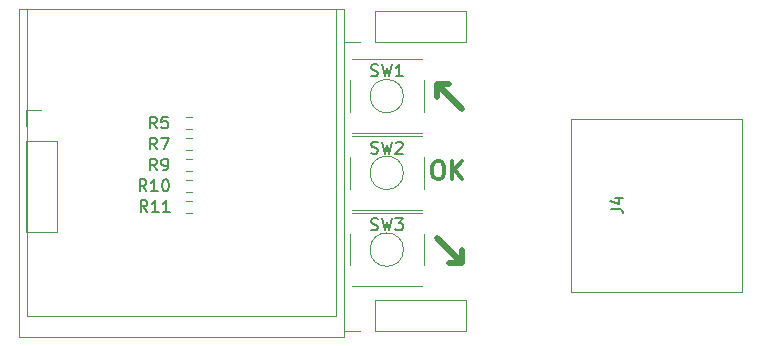
<source format=gbr>
%TF.GenerationSoftware,KiCad,Pcbnew,(6.0.5-0)*%
%TF.CreationDate,2022-10-09T22:43:55+09:00*%
%TF.ProjectId,qLAMP-lcd,714c414d-502d-46c6-9364-2e6b69636164,rev?*%
%TF.SameCoordinates,Original*%
%TF.FileFunction,Legend,Top*%
%TF.FilePolarity,Positive*%
%FSLAX46Y46*%
G04 Gerber Fmt 4.6, Leading zero omitted, Abs format (unit mm)*
G04 Created by KiCad (PCBNEW (6.0.5-0)) date 2022-10-09 22:43:55*
%MOMM*%
%LPD*%
G01*
G04 APERTURE LIST*
%ADD10C,0.500000*%
%ADD11C,0.300000*%
%ADD12C,0.150000*%
%ADD13C,0.120000*%
G04 APERTURE END LIST*
D10*
X170139526Y-97529526D02*
X167984534Y-95374534D01*
X167984534Y-96452030D02*
X167984534Y-95374534D01*
X169062030Y-95374534D01*
X167984534Y-108374534D02*
X170139526Y-110529526D01*
X170139526Y-109452030D02*
X170139526Y-110529526D01*
X169062030Y-110529526D01*
D11*
X167967142Y-101928571D02*
X168252857Y-101928571D01*
X168395714Y-102000000D01*
X168538571Y-102142857D01*
X168610000Y-102428571D01*
X168610000Y-102928571D01*
X168538571Y-103214285D01*
X168395714Y-103357142D01*
X168252857Y-103428571D01*
X167967142Y-103428571D01*
X167824285Y-103357142D01*
X167681428Y-103214285D01*
X167610000Y-102928571D01*
X167610000Y-102428571D01*
X167681428Y-102142857D01*
X167824285Y-102000000D01*
X167967142Y-101928571D01*
X169252857Y-103428571D02*
X169252857Y-101928571D01*
X170110000Y-103428571D02*
X169467142Y-102571428D01*
X170110000Y-101928571D02*
X169252857Y-102785714D01*
D12*
%TO.C,R7*%
X144293333Y-100913015D02*
X143960000Y-100436825D01*
X143721904Y-100913015D02*
X143721904Y-99913015D01*
X144102857Y-99913015D01*
X144198095Y-99960635D01*
X144245714Y-100008254D01*
X144293333Y-100103492D01*
X144293333Y-100246349D01*
X144245714Y-100341587D01*
X144198095Y-100389206D01*
X144102857Y-100436825D01*
X143721904Y-100436825D01*
X144626666Y-99913015D02*
X145293333Y-99913015D01*
X144864761Y-100913015D01*
%TO.C,J4*%
X182732380Y-105953333D02*
X183446666Y-105953333D01*
X183589523Y-106000952D01*
X183684761Y-106096190D01*
X183732380Y-106239047D01*
X183732380Y-106334285D01*
X183065714Y-105048571D02*
X183732380Y-105048571D01*
X182684761Y-105286666D02*
X183399047Y-105524761D01*
X183399047Y-104905714D01*
%TO.C,SW3*%
X162436666Y-107704761D02*
X162579523Y-107752380D01*
X162817619Y-107752380D01*
X162912857Y-107704761D01*
X162960476Y-107657142D01*
X163008095Y-107561904D01*
X163008095Y-107466666D01*
X162960476Y-107371428D01*
X162912857Y-107323809D01*
X162817619Y-107276190D01*
X162627142Y-107228571D01*
X162531904Y-107180952D01*
X162484285Y-107133333D01*
X162436666Y-107038095D01*
X162436666Y-106942857D01*
X162484285Y-106847619D01*
X162531904Y-106800000D01*
X162627142Y-106752380D01*
X162865238Y-106752380D01*
X163008095Y-106800000D01*
X163341428Y-106752380D02*
X163579523Y-107752380D01*
X163770000Y-107038095D01*
X163960476Y-107752380D01*
X164198571Y-106752380D01*
X164484285Y-106752380D02*
X165103333Y-106752380D01*
X164770000Y-107133333D01*
X164912857Y-107133333D01*
X165008095Y-107180952D01*
X165055714Y-107228571D01*
X165103333Y-107323809D01*
X165103333Y-107561904D01*
X165055714Y-107657142D01*
X165008095Y-107704761D01*
X164912857Y-107752380D01*
X164627142Y-107752380D01*
X164531904Y-107704761D01*
X164484285Y-107657142D01*
%TO.C,R11*%
X143477142Y-106219016D02*
X143143809Y-105742826D01*
X142905714Y-106219016D02*
X142905714Y-105219016D01*
X143286666Y-105219016D01*
X143381904Y-105266636D01*
X143429523Y-105314255D01*
X143477142Y-105409493D01*
X143477142Y-105552350D01*
X143429523Y-105647588D01*
X143381904Y-105695207D01*
X143286666Y-105742826D01*
X142905714Y-105742826D01*
X144429523Y-106219016D02*
X143858095Y-106219016D01*
X144143809Y-106219016D02*
X144143809Y-105219016D01*
X144048571Y-105361874D01*
X143953333Y-105457112D01*
X143858095Y-105504731D01*
X145381904Y-106219016D02*
X144810476Y-106219016D01*
X145096190Y-106219016D02*
X145096190Y-105219016D01*
X145000952Y-105361874D01*
X144905714Y-105457112D01*
X144810476Y-105504731D01*
%TO.C,R5*%
X144293333Y-99135015D02*
X143960000Y-98658825D01*
X143721904Y-99135015D02*
X143721904Y-98135015D01*
X144102857Y-98135015D01*
X144198095Y-98182635D01*
X144245714Y-98230254D01*
X144293333Y-98325492D01*
X144293333Y-98468349D01*
X144245714Y-98563587D01*
X144198095Y-98611206D01*
X144102857Y-98658825D01*
X143721904Y-98658825D01*
X145198095Y-98135015D02*
X144721904Y-98135015D01*
X144674285Y-98611206D01*
X144721904Y-98563587D01*
X144817142Y-98515968D01*
X145055238Y-98515968D01*
X145150476Y-98563587D01*
X145198095Y-98611206D01*
X145245714Y-98706444D01*
X145245714Y-98944539D01*
X145198095Y-99039777D01*
X145150476Y-99087396D01*
X145055238Y-99135015D01*
X144817142Y-99135015D01*
X144721904Y-99087396D01*
X144674285Y-99039777D01*
%TO.C,R9*%
X144293333Y-102699016D02*
X143960000Y-102222826D01*
X143721904Y-102699016D02*
X143721904Y-101699016D01*
X144102857Y-101699016D01*
X144198095Y-101746636D01*
X144245714Y-101794255D01*
X144293333Y-101889493D01*
X144293333Y-102032350D01*
X144245714Y-102127588D01*
X144198095Y-102175207D01*
X144102857Y-102222826D01*
X143721904Y-102222826D01*
X144769523Y-102699016D02*
X144960000Y-102699016D01*
X145055238Y-102651397D01*
X145102857Y-102603778D01*
X145198095Y-102460921D01*
X145245714Y-102270445D01*
X145245714Y-101889493D01*
X145198095Y-101794255D01*
X145150476Y-101746636D01*
X145055238Y-101699016D01*
X144864761Y-101699016D01*
X144769523Y-101746636D01*
X144721904Y-101794255D01*
X144674285Y-101889493D01*
X144674285Y-102127588D01*
X144721904Y-102222826D01*
X144769523Y-102270445D01*
X144864761Y-102318064D01*
X145055238Y-102318064D01*
X145150476Y-102270445D01*
X145198095Y-102222826D01*
X145245714Y-102127588D01*
%TO.C,SW2*%
X162436666Y-101214761D02*
X162579523Y-101262380D01*
X162817619Y-101262380D01*
X162912857Y-101214761D01*
X162960476Y-101167142D01*
X163008095Y-101071904D01*
X163008095Y-100976666D01*
X162960476Y-100881428D01*
X162912857Y-100833809D01*
X162817619Y-100786190D01*
X162627142Y-100738571D01*
X162531904Y-100690952D01*
X162484285Y-100643333D01*
X162436666Y-100548095D01*
X162436666Y-100452857D01*
X162484285Y-100357619D01*
X162531904Y-100310000D01*
X162627142Y-100262380D01*
X162865238Y-100262380D01*
X163008095Y-100310000D01*
X163341428Y-100262380D02*
X163579523Y-101262380D01*
X163770000Y-100548095D01*
X163960476Y-101262380D01*
X164198571Y-100262380D01*
X164531904Y-100357619D02*
X164579523Y-100310000D01*
X164674761Y-100262380D01*
X164912857Y-100262380D01*
X165008095Y-100310000D01*
X165055714Y-100357619D01*
X165103333Y-100452857D01*
X165103333Y-100548095D01*
X165055714Y-100690952D01*
X164484285Y-101262380D01*
X165103333Y-101262380D01*
%TO.C,SW1*%
X162436666Y-94664761D02*
X162579523Y-94712380D01*
X162817619Y-94712380D01*
X162912857Y-94664761D01*
X162960476Y-94617142D01*
X163008095Y-94521904D01*
X163008095Y-94426666D01*
X162960476Y-94331428D01*
X162912857Y-94283809D01*
X162817619Y-94236190D01*
X162627142Y-94188571D01*
X162531904Y-94140952D01*
X162484285Y-94093333D01*
X162436666Y-93998095D01*
X162436666Y-93902857D01*
X162484285Y-93807619D01*
X162531904Y-93760000D01*
X162627142Y-93712380D01*
X162865238Y-93712380D01*
X163008095Y-93760000D01*
X163341428Y-93712380D02*
X163579523Y-94712380D01*
X163770000Y-93998095D01*
X163960476Y-94712380D01*
X164198571Y-93712380D01*
X165103333Y-94712380D02*
X164531904Y-94712380D01*
X164817619Y-94712380D02*
X164817619Y-93712380D01*
X164722380Y-93855238D01*
X164627142Y-93950476D01*
X164531904Y-93998095D01*
%TO.C,R10*%
X143407142Y-104449016D02*
X143073809Y-103972826D01*
X142835714Y-104449016D02*
X142835714Y-103449016D01*
X143216666Y-103449016D01*
X143311904Y-103496636D01*
X143359523Y-103544255D01*
X143407142Y-103639493D01*
X143407142Y-103782350D01*
X143359523Y-103877588D01*
X143311904Y-103925207D01*
X143216666Y-103972826D01*
X142835714Y-103972826D01*
X144359523Y-104449016D02*
X143788095Y-104449016D01*
X144073809Y-104449016D02*
X144073809Y-103449016D01*
X143978571Y-103591874D01*
X143883333Y-103687112D01*
X143788095Y-103734731D01*
X144978571Y-103449016D02*
X145073809Y-103449016D01*
X145169047Y-103496636D01*
X145216666Y-103544255D01*
X145264285Y-103639493D01*
X145311904Y-103829969D01*
X145311904Y-104068064D01*
X145264285Y-104258540D01*
X145216666Y-104353778D01*
X145169047Y-104401397D01*
X145073809Y-104449016D01*
X144978571Y-104449016D01*
X144883333Y-104401397D01*
X144835714Y-104353778D01*
X144788095Y-104258540D01*
X144740476Y-104068064D01*
X144740476Y-103829969D01*
X144788095Y-103639493D01*
X144835714Y-103544255D01*
X144883333Y-103496636D01*
X144978571Y-103449016D01*
D13*
%TO.C,D2*%
X159450004Y-88999993D02*
X159450004Y-114999993D01*
X132600004Y-88999993D02*
X160100004Y-88999993D01*
X160100004Y-88999993D02*
X160100004Y-116799993D01*
X133250004Y-88999993D02*
X133250004Y-114999993D01*
X132600004Y-116799993D02*
X160100004Y-116799993D01*
X132600004Y-88999993D02*
X132600004Y-116799993D01*
X133250004Y-114999993D02*
X159450004Y-114999993D01*
%TO.C,J1*%
X162770000Y-89170000D02*
X170450000Y-89170000D01*
X170450000Y-91830000D02*
X170450000Y-89170000D01*
X161500000Y-91830000D02*
X160170000Y-91830000D01*
X162770000Y-91830000D02*
X170450000Y-91830000D01*
X162770000Y-91830000D02*
X162770000Y-89170000D01*
X160170000Y-91830000D02*
X160170000Y-90500000D01*
%TO.C,R7*%
X147226458Y-100983135D02*
X146751942Y-100983135D01*
X147226458Y-99938135D02*
X146751942Y-99938135D01*
%TO.C,J4*%
X179350000Y-98310000D02*
X193850000Y-98310000D01*
X179350000Y-113010000D02*
X193850000Y-113010000D01*
X193850000Y-98310000D02*
X193850000Y-113010000D01*
X179350000Y-113010000D02*
X179350000Y-98310000D01*
%TO.C,J3*%
X133170000Y-97610000D02*
X134500000Y-97610000D01*
X133170000Y-107890000D02*
X135830000Y-107890000D01*
X133170000Y-100210000D02*
X133170000Y-107890000D01*
X133170000Y-100210000D02*
X135830000Y-100210000D01*
X135830000Y-100210000D02*
X135830000Y-107890000D01*
X133170000Y-98940000D02*
X133170000Y-97610000D01*
%TO.C,SW3*%
X160780000Y-106280000D02*
X166720000Y-106280000D01*
X160630000Y-110740000D02*
X160630000Y-108060000D01*
X160780000Y-112520000D02*
X166720000Y-112520000D01*
X166870000Y-108060000D02*
X166870000Y-110740000D01*
X165164214Y-109400000D02*
G75*
G03*
X165164214Y-109400000I-1414214J0D01*
G01*
%TO.C,R11*%
X146751942Y-105272135D02*
X147226458Y-105272135D01*
X146751942Y-106317135D02*
X147226458Y-106317135D01*
%TO.C,R5*%
X147226458Y-99205135D02*
X146751942Y-99205135D01*
X147226458Y-98160135D02*
X146751942Y-98160135D01*
%TO.C,R9*%
X146751942Y-102761135D02*
X147226458Y-102761135D01*
X146751942Y-101716135D02*
X147226458Y-101716135D01*
%TO.C,SW2*%
X160780000Y-106020000D02*
X166720000Y-106020000D01*
X160780000Y-99780000D02*
X166720000Y-99780000D01*
X166870000Y-101560000D02*
X166870000Y-104240000D01*
X160630000Y-104240000D02*
X160630000Y-101560000D01*
X165164214Y-102900000D02*
G75*
G03*
X165164214Y-102900000I-1414214J0D01*
G01*
%TO.C,SW1*%
X160630000Y-97740000D02*
X160630000Y-95060000D01*
X166870000Y-95060000D02*
X166870000Y-97740000D01*
X160780000Y-99520000D02*
X166720000Y-99520000D01*
X160780000Y-93280000D02*
X166720000Y-93280000D01*
X165164214Y-96400000D02*
G75*
G03*
X165164214Y-96400000I-1414214J0D01*
G01*
%TO.C,J2*%
X170450000Y-116330000D02*
X170450000Y-113670000D01*
X161500000Y-116330000D02*
X160170000Y-116330000D01*
X162770000Y-116330000D02*
X170450000Y-116330000D01*
X162770000Y-116330000D02*
X162770000Y-113670000D01*
X160170000Y-116330000D02*
X160170000Y-115000000D01*
X162770000Y-113670000D02*
X170450000Y-113670000D01*
%TO.C,R10*%
X146751942Y-104539135D02*
X147226458Y-104539135D01*
X146751942Y-103494135D02*
X147226458Y-103494135D01*
%TD*%
M02*

</source>
